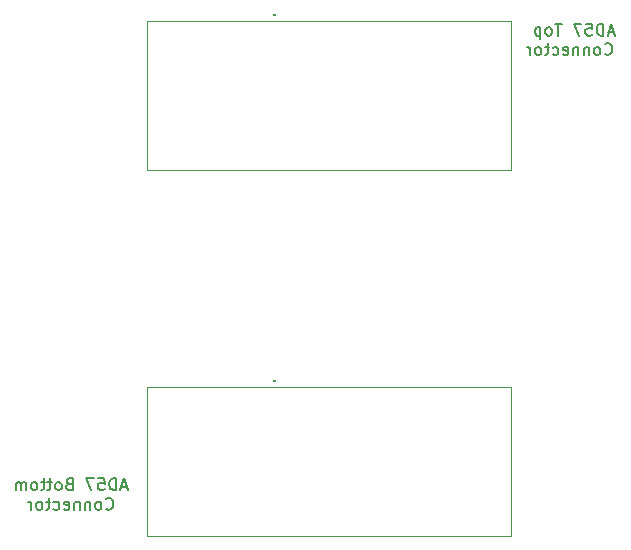
<source format=gbr>
G04 CAM350 V10.5 (Build 464) Date:  Mon Feb 15 08:33:08 2021 *
G04 Database: (Untitled) *
G04 Layer 3: ad57_adapter-B_SilkS.gbr *
%FSLAX23Y23*%
%MOIN*%
%SFA1.000B1.000*%

%MIA0B0*%
%IPPOS*%
%ADD19C,0.00787*%
%ADD70C,0.00591*%
%ADD71C,0.00394*%
%LNad57_adapter-B_SilkS.gbr*%
%LPD*%
G54D19*
X5898Y-3744D03*
X5894D03*
X5898D03*
Y-2524D03*
X5894D03*
X5898D03*
G54D70*
X5402Y-4098D02*
G01X5383D01*
X5406Y-4109D02*
G01X5393Y-4070D01*
X5380Y-4109*
X5367D02*
G01Y-4070D01*
X5357*
X5352Y-4072*
X5348Y-4076*
X5346Y-4079*
X5344Y-4087*
Y-4092*
X5346Y-4100*
X5348Y-4104*
X5352Y-4107*
X5357Y-4109*
X5367*
X5308Y-4070D02*
G01X5327D01*
X5329Y-4089*
X5327Y-4087*
X5323Y-4085*
X5314*
X5310Y-4087*
X5308Y-4089*
X5307Y-4092*
Y-4102*
X5308Y-4106*
X5310Y-4107*
X5314Y-4109*
X5323*
X5327Y-4107*
X5329Y-4106*
X5293Y-4070D02*
G01X5267D01*
X5284Y-4109*
X5209Y-4089D02*
G01X5203Y-4091D01*
X5202Y-4092*
X5200Y-4096*
Y-4102*
X5202Y-4106*
X5203Y-4107*
X5207Y-4109*
X5222*
Y-4070*
X5209*
X5205Y-4072*
X5203Y-4074*
X5202Y-4077*
Y-4081*
X5203Y-4085*
X5205Y-4087*
X5209Y-4089*
X5222*
X5177Y-4109D02*
G01X5181Y-4107D01*
X5183Y-4106*
X5185Y-4102*
Y-4091*
X5183Y-4087*
X5181Y-4085*
X5177Y-4083*
X5172*
X5168Y-4085*
X5166Y-4087*
X5164Y-4091*
Y-4102*
X5166Y-4106*
X5168Y-4107*
X5172Y-4109*
X5177*
X5153Y-4083D02*
G01X5138D01*
X5147Y-4070D02*
G01Y-4104D01*
X5145Y-4107*
X5142Y-4109*
X5138*
X5130Y-4083D02*
G01X5115D01*
X5125Y-4070D02*
G01Y-4104D01*
X5123Y-4107*
X5119Y-4109*
X5115*
X5097D02*
G01X5100Y-4107D01*
X5102Y-4106*
X5104Y-4102*
Y-4091*
X5102Y-4087*
X5100Y-4085*
X5097Y-4083*
X5091*
X5087Y-4085*
X5085Y-4087*
X5083Y-4091*
Y-4102*
X5085Y-4106*
X5087Y-4107*
X5091Y-4109*
X5097*
X5067D02*
G01Y-4083D01*
Y-4087D02*
G01X5065Y-4085D01*
X5061Y-4083*
X5055*
X5052Y-4085*
X5050Y-4089*
Y-4109*
Y-4089D02*
G01X5048Y-4085D01*
X5044Y-4083*
X5038*
X5035Y-4085*
X5033Y-4089*
Y-4109*
X5333Y-4171D02*
G01X5335Y-4172D01*
X5340Y-4174*
X5344*
X5350Y-4172*
X5353Y-4169*
X5355Y-4165*
X5357Y-4157*
Y-4152*
X5355Y-4144*
X5353Y-4141*
X5350Y-4137*
X5344Y-4135*
X5340*
X5335Y-4137*
X5333Y-4139*
X5310Y-4174D02*
G01X5314Y-4172D01*
X5316Y-4171*
X5318Y-4167*
Y-4156*
X5316Y-4152*
X5314Y-4150*
X5310Y-4148*
X5305*
X5301Y-4150*
X5299Y-4152*
X5297Y-4156*
Y-4167*
X5299Y-4171*
X5301Y-4172*
X5305Y-4174*
X5310*
X5280Y-4148D02*
G01Y-4174D01*
Y-4152D02*
G01X5278Y-4150D01*
X5275Y-4148*
X5269*
X5265Y-4150*
X5263Y-4154*
Y-4174*
X5245Y-4148D02*
G01Y-4174D01*
Y-4152D02*
G01X5243Y-4150D01*
X5239Y-4148*
X5233*
X5230Y-4150*
X5228Y-4154*
Y-4174*
X5194Y-4172D02*
G01X5198Y-4174D01*
X5205*
X5209Y-4172*
X5211Y-4169*
Y-4154*
X5209Y-4150*
X5205Y-4148*
X5198*
X5194Y-4150*
X5192Y-4154*
Y-4157*
X5211Y-4161*
X5158Y-4172D02*
G01X5162Y-4174D01*
X5170*
X5173Y-4172*
X5175Y-4171*
X5177Y-4167*
Y-4156*
X5175Y-4152*
X5173Y-4150*
X5170Y-4148*
X5162*
X5158Y-4150*
X5147Y-4148D02*
G01X5132D01*
X5142Y-4135D02*
G01Y-4169D01*
X5140Y-4172*
X5136Y-4174*
X5132*
X5113D02*
G01X5117Y-4172D01*
X5119Y-4171*
X5121Y-4167*
Y-4156*
X5119Y-4152*
X5117Y-4150*
X5113Y-4148*
X5108*
X5104Y-4150*
X5102Y-4152*
X5100Y-4156*
Y-4167*
X5102Y-4171*
X5104Y-4172*
X5108Y-4174*
X5113*
X5083D02*
G01Y-4148D01*
Y-4156D02*
G01X5082Y-4152D01*
X5080Y-4150*
X5076Y-4148*
X5072*
X7027Y-2582D02*
G01X7008D01*
X7031Y-2594D02*
G01X7018Y-2554D01*
X7005Y-2594*
X6991D02*
G01Y-2554D01*
X6982*
X6976Y-2556*
X6973Y-2560*
X6971Y-2564*
X6969Y-2571*
Y-2577*
X6971Y-2584*
X6973Y-2588*
X6976Y-2592*
X6982Y-2594*
X6991*
X6933Y-2554D02*
G01X6952D01*
X6954Y-2573*
X6952Y-2571*
X6948Y-2569*
X6939*
X6935Y-2571*
X6933Y-2573*
X6931Y-2577*
Y-2586*
X6933Y-2590*
X6935Y-2592*
X6939Y-2594*
X6948*
X6952Y-2592*
X6954Y-2590*
X6918Y-2554D02*
G01X6892D01*
X6909Y-2594*
X6853Y-2554D02*
G01X6830D01*
X6841Y-2594D02*
G01Y-2554D01*
X6811Y-2594D02*
G01X6815Y-2592D01*
X6817Y-2590*
X6819Y-2586*
Y-2575*
X6817Y-2571*
X6815Y-2569*
X6811Y-2567*
X6806*
X6802Y-2569*
X6800Y-2571*
X6798Y-2575*
Y-2586*
X6800Y-2590*
X6802Y-2592*
X6806Y-2594*
X6811*
X6781Y-2567D02*
G01Y-2607D01*
Y-2569D02*
G01X6778Y-2567D01*
X6770*
X6766Y-2569*
X6765Y-2571*
X6763Y-2575*
Y-2586*
X6765Y-2590*
X6766Y-2592*
X6770Y-2594*
X6778*
X6781Y-2592*
X6996Y-2655D02*
G01X6998Y-2657D01*
X7004Y-2659*
X7007*
X7013Y-2657*
X7017Y-2653*
X7019Y-2649*
X7021Y-2642*
Y-2636*
X7019Y-2629*
X7017Y-2625*
X7013Y-2621*
X7007Y-2619*
X7004*
X6998Y-2621*
X6996Y-2623*
X6974Y-2659D02*
G01X6977Y-2657D01*
X6979Y-2655*
X6981Y-2651*
Y-2640*
X6979Y-2636*
X6977Y-2634*
X6974Y-2632*
X6968*
X6964Y-2634*
X6962Y-2636*
X6961Y-2640*
Y-2651*
X6962Y-2655*
X6964Y-2657*
X6968Y-2659*
X6974*
X6944Y-2632D02*
G01Y-2659D01*
Y-2636D02*
G01X6942Y-2634D01*
X6938Y-2632*
X6932*
X6929Y-2634*
X6927Y-2638*
Y-2659*
X6908Y-2632D02*
G01Y-2659D01*
Y-2636D02*
G01X6906Y-2634D01*
X6902Y-2632*
X6897*
X6893Y-2634*
X6891Y-2638*
Y-2659*
X6857Y-2657D02*
G01X6861Y-2659D01*
X6869*
X6872Y-2657*
X6874Y-2653*
Y-2638*
X6872Y-2634*
X6869Y-2632*
X6861*
X6857Y-2634*
X6856Y-2638*
Y-2642*
X6874Y-2645*
X6822Y-2657D02*
G01X6826Y-2659D01*
X6833*
X6837Y-2657*
X6839Y-2655*
X6841Y-2651*
Y-2640*
X6839Y-2636*
X6837Y-2634*
X6833Y-2632*
X6826*
X6822Y-2634*
X6811Y-2632D02*
G01X6796D01*
X6805Y-2619D02*
G01Y-2653D01*
X6803Y-2657*
X6799Y-2659*
X6796*
X6777D02*
G01X6781Y-2657D01*
X6782Y-2655*
X6784Y-2651*
Y-2640*
X6782Y-2636*
X6781Y-2634*
X6777Y-2632*
X6771*
X6767Y-2634*
X6766Y-2636*
X6764Y-2640*
Y-2651*
X6766Y-2655*
X6767Y-2657*
X6771Y-2659*
X6777*
X6747D02*
G01Y-2632D01*
Y-2640D02*
G01X6745Y-2636D01*
X6743Y-2634*
X6739Y-2632*
X6736*
G54D19*
X5894Y-3744D02*
G75*
G03X5898Y-3744I2D01*
Y-3744D02*
G03X5894Y-3744I-2D01*
Y-3744D02*
G03X5898Y-3744I2D01*
G54D71*
X6682Y-3767D02*
G01X5469D01*
Y-3767D02*
G01Y-4263D01*
Y-4263D02*
G01X6682D01*
Y-4263D02*
G01Y-3767D01*
Y-3043D02*
G01Y-2546D01*
X5469Y-3043D02*
G01X6682D01*
X5469Y-2546D02*
G01Y-3043D01*
X6682Y-2546D02*
G01X5469D01*
G54D19*
X5894Y-2524D02*
G03X5898Y-2524I2D01*
Y-2524D02*
G03X5894Y-2524I-2D01*
Y-2524D02*
G03X5898Y-2524I2D01*
M02*

</source>
